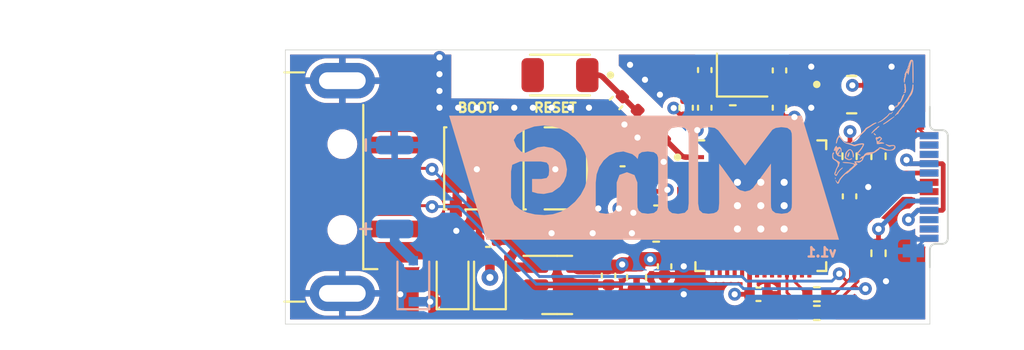
<source format=kicad_pcb>
(kicad_pcb (version 20211014) (generator pcbnew)
  (layers (0 "F.Cu" signal "Front") (1 "In1.Cu" signal) (2 "In2.Cu" signal) (31 "B.Cu" signal "Back") (34 "B.Paste" user) (35 "F.Paste" user) (36 "B.SilkS" user "B.Silkscreen") (37 "F.SilkS" user "F.Silkscreen") (38 "B.Mask" user) (39 "F.Mask" user) (44 "Edge.Cuts" user))
  (net 0 "")
  (net 1 "+3V3")
  (net 2 "GND")
  (net 3 "LNA_IN")
  (net 4 "Net-(C5-Pad1)")
  (net 5 "CHIP_PU")
  (net 6 "+5V")
  (net 7 "Net-(C14-Pad1)")
  (net 8 "XTAL_N")
  (net 9 "USB_D-")
  (net 10 "USB_D+")
  (net 13 "Net-(P1-PadA5)")
  (net 19 "Net-(P1-PadB5)")
  (net 23 "XTAL_P")
  (net 24 "Net-(R3-Pad1)")
  (net 25 "Net-(R4-Pad1)")
  (net 26 "BOOT")
  (net 39 "Net-(D2-Pad2)")
  (net 57 "VDD")
  (net 71 "Net-(AE1-Pad1)")
  (net 72 "Net-(D1-Pad2)")
  (net 73 "+BATT")
  (net 74 "WS_LED")
  (footprint "Resistor_SMD:R_0402_1005Metric" (layer "F.Cu") (at 118.4 101.3)
    (fp_text reference "R2" hide)
    (fp_text value "10k")
    (pad "1" smd roundrect (at -0.51 0) (size 0.54 0.64) (layers "F.Cu" "F.Paste" "F.Mask") (net 1 "+3V3"))
    (pad "2" smd roundrect (at 0.51 0) (size 0.54 0.64) (layers "F.Cu" "F.Paste" "F.Mask") (net 5 "CHIP_PU"))
  )
  (footprint "Connector_USB:USB_A_CNCTech_1001-011-01101_Horizontal" (layer "F.Cu") (at 94.7 98.75 180)
    (fp_text reference "J1" hide)
    (fp_text value "USB_A")
    (pad "" np_thru_hole circle (at -6.9 2.3 180) (size 1.1 1.1) (drill 1.1) (layers *.Cu *.Mask))
    (pad "" np_thru_hole circle (at -6.9 -2.3 180) (size 1.1 1.1) (drill 1.1) (layers *.Cu *.Mask))
    (pad "1" smd rect (at -9.65 -3.5 180) (size 2.5 1.1) (layers "F.Cu" "F.Paste" "F.Mask") (net 72 "Net-(D1-Pad2)"))
    (pad "2" smd rect (at -9.65 -1 180) (size 2.5 1.1) (layers "F.Cu" "F.Paste" "F.Mask") (net 9 "USB_D-"))
    (pad "3" smd rect (at -9.65 1 180) (size 2.5 1.1) (layers "F.Cu" "F.Paste" "F.Mask") (net 10 "USB_D+"))
    (pad "4" smd rect (at -9.65 3.5 180) (size 2.5 1.1) (layers "F.Cu" "F.Paste" "F.Mask") (net 2 "GND"))
    (pad "5" thru_hole oval (at -6.9 -5.7 180) (size 3.5 1.9) (drill oval 2.5 0.9) (layers *.Cu *.Mask) (net 2 "GND"))
    (pad "5" thru_hole oval (at -6.9 5.7 180) (size 3.5 1.9) (drill oval 2.5 0.9) (layers *.Cu *.Mask) (net 2 "GND"))
  )
  (footprint "Capacitor_SMD:C_0402_1005Metric" (layer "F.Cu") (at 120 94.5 90)
    (fp_text reference "C2" hide)
    (fp_text value "0.1u")
    (pad "1" smd roundrect (at -0.48 0 90) (size 0.56 0.62) (layers "F.Cu" "F.Paste" "F.Mask") (net 1 "+3V3"))
    (pad "2" smd roundrect (at 0.48 0 90) (size 0.56 0.62) (layers "F.Cu" "F.Paste" "F.Mask") (net 2 "GND"))
  )
  (footprint "Resistor_SMD:R_0402_1005Metric" (layer "F.Cu") (at 127 104.5)
    (fp_text reference "R4" hide)
    (fp_text value "0")
    (pad "1" smd roundrect (at -0.51 0) (size 0.54 0.64) (layers "F.Cu" "F.Paste" "F.Mask") (net 25 "Net-(R4-Pad1)"))
    (pad "2" smd roundrect (at 0.51 0) (size 0.54 0.64) (layers "F.Cu" "F.Paste" "F.Mask") (net 10 "USB_D+"))
  )
  (footprint "Inductor_SMD:L_0402_1005Metric" (layer "F.Cu") (at 118.1 98.5 -90)
    (fp_text reference "L2" hide)
    (fp_text value "2.2nH")
    (pad "1" smd roundrect (at -0.485 0 270) (size 0.59 0.64) (layers "F.Cu" "F.Paste" "F.Mask") (net 4 "Net-(C5-Pad1)"))
    (pad "2" smd roundrect (at 0.485 0 270) (size 0.59 0.64) (layers "F.Cu" "F.Paste" "F.Mask") (net 1 "+3V3"))
  )
  (footprint "Capacitor_SMD:C_0402_1005Metric" (layer "F.Cu") (at 118.85 103 -90)
    (fp_text reference "C7" hide)
    (fp_text value "1u")
    (pad "1" smd roundrect (at -0.48 0 270) (size 0.56 0.62) (layers "F.Cu" "F.Paste" "F.Mask") (net 1 "+3V3"))
    (pad "2" smd roundrect (at 0.48 0 270) (size 0.56 0.62) (layers "F.Cu" "F.Paste" "F.Mask") (net 2 "GND"))
  )
  (footprint "Resistor_SMD:R_0402_1005Metric" (layer "F.Cu") (at 127 105.5)
    (fp_text reference "R3" hide)
    (fp_text value "0")
    (pad "1" smd roundrect (at -0.51 0) (size 0.54 0.64) (layers "F.Cu" "F.Paste" "F.Mask") (net 24 "Net-(R3-Pad1)"))
    (pad "2" smd roundrect (at 0.51 0) (size 0.54 0.64) (layers "F.Cu" "F.Paste" "F.Mask") (net 9 "USB_D-"))
  )
  (footprint "Capacitor_SMD:C_0402_1005Metric" (layer "F.Cu") (at 125 94.5 90)
    (fp_text reference "C9" hide)
    (fp_text value "0.1u")
    (pad "1" smd roundrect (at -0.48 0 90) (size 0.56 0.62) (layers "F.Cu" "F.Paste" "F.Mask") (net 1 "+3V3"))
    (pad "2" smd roundrect (at 0.48 0 90) (size 0.56 0.62) (layers "F.Cu" "F.Paste" "F.Mask") (net 2 "GND"))
  )
  (footprint "Capacitor_SMD:C_0402_1005Metric" (layer "F.Cu") (at 115.85 103.5 -90)
    (fp_text reference "C13" hide)
    (fp_text value "1u")
    (pad "1" smd roundrect (at -0.48 0 270) (size 0.56 0.62) (layers "F.Cu" "F.Paste" "F.Mask") (net 1 "+3V3"))
    (pad "2" smd roundrect (at 0.48 0 270) (size 0.56 0.62) (layers "F.Cu" "F.Paste" "F.Mask") (net 2 "GND"))
  )
  (footprint "WS2812-2020:LED_WS2812-2020" (layer "F.Cu") (at 128.865 93.8 180)
    (fp_text reference "U3" hide)
    (fp_text value "WS2812-2020")
    (pad "1" smd rect locked (at 0.915 0.55 180) (size 0.7 0.7) (layers "F.Cu" "F.Paste" "F.Mask"))
    (pad "2" smd rect locked (at 0.915 -0.55 180) (size 0.7 0.7) (layers "F.Cu" "F.Paste" "F.Mask") (net 2 "GND"))
    (pad "3" smd rect locked (at -0.915 -0.55 180) (size 0.7 0.7) (layers "F.Cu" "F.Paste" "F.Mask") (net 74 "WS_LED"))
    (pad "4" smd rect locked (at -0.915 0.55 180) (size 0.7 0.7) (layers "F.Cu" "F.Paste" "F.Mask") (net 1 "+3V3"))
  )
  (footprint "Capacitor_SMD:C_0402_1005Metric" (layer "F.Cu") (at 116.25 94.25 -135)
    (fp_text reference "C3" hide)
    (fp_text value "3.3p")
    (pad "1" smd roundrect (at -0.48 0 225) (size 0.56 0.62) (layers "F.Cu" "F.Paste" "F.Mask") (net 71 "Net-(AE1-Pad1)"))
    (pad "2" smd roundrect (at 0.48 0 225) (size 0.56 0.62) (layers "F.Cu" "F.Paste" "F.Mask") (net 2 "GND"))
  )
  (footprint "Capacitor_SMD:C_0402_1005Metric" (layer "F.Cu") (at 125 92.5 -90)
    (fp_text reference "C15" hide)
    (fp_text value "12p")
    (pad "1" smd roundrect (at -0.48 0 270) (size 0.56 0.62) (layers "F.Cu" "F.Paste" "F.Mask") (net 8 "XTAL_N"))
    (pad "2" smd roundrect (at 0.48 0 270) (size 0.56 0.62) (layers "F.Cu" "F.Paste" "F.Mask") (net 2 "GND"))
  )
  (footprint "Inductor_SMD:L_0402_1005Metric" (layer "F.Cu") (at 117.75 95 -45)
    (fp_text reference "L1" hide)
    (fp_text value "2.2nH")
    (pad "1" smd roundrect (at -0.485 0 315) (size 0.59 0.64) (layers "F.Cu" "F.Paste" "F.Mask") (net 71 "Net-(AE1-Pad1)"))
    (pad "2" smd roundrect (at 0.485 0 315) (size 0.59 0.64) (layers "F.Cu" "F.Paste" "F.Mask") (net 3 "LNA_IN"))
  )
  (footprint "2450AT18A100E:ANTC3216X140N" (layer "F.Cu") (at 113.25 92.75 180)
    (fp_text reference "AE1" hide)
    (fp_text value "2450AT18A100E")
    (pad "1" smd roundrect locked (at -1.46 0) (size 1.2 1.82) (layers "F.Cu" "F.Paste" "F.Mask") (roundrect_rratio 0.23) (net 71 "Net-(AE1-Pad1)"))
    (pad "2" smd roundrect locked (at 1.46 0) (size 1.2 1.82) (layers "F.Cu" "F.Paste" "F.Mask") (roundrect_rratio 0.23))
  )
  (footprint "Resistor_SMD:R_0402_1005Metric" (layer "F.Cu") (at 130.3 97.1 90)
    (fp_text reference "R5" hide)
    (fp_text value "5k1")
    (pad "1" smd roundrect (at -0.51 0 90) (size 0.54 0.64) (layers "F.Cu" "F.Paste" "F.Mask") (net 13 "Net-(P1-PadA5)"))
    (pad "2" smd roundrect (at 0.51 0 90) (size 0.54 0.64) (layers "F.Cu" "F.Paste" "F.Mask") (net 2 "GND"))
  )
  (footprint "Capacitor_SMD:C_0603_1608Metric" (layer "F.Cu") (at 117.35 103.6 -90)
    (fp_text reference "C8" hide)
    (fp_text value "10u")
    (pad "1" smd roundrect (at -0.775 0 270) (size 0.9 0.95) (layers "F.Cu" "F.Paste" "F.Mask") (net 1 "+3V3"))
    (pad "2" smd roundrect (at 0.775 0 270) (size 0.9 0.95) (layers "F.Cu" "F.Paste" "F.Mask") (net 2 "GND"))
  )
  (footprint "Capacitor_SMD:C_0402_1005Metric" (layer "F.Cu") (at 116.6 99 180)
    (fp_text reference "C6" hide)
    (fp_text value "0.1u")
    (pad "1" smd roundrect (at -0.48 0 180) (size 0.56 0.62) (layers "F.Cu" "F.Paste" "F.Mask") (net 1 "+3V3"))
    (pad "2" smd roundrect (at 0.48 0 180) (size 0.56 0.62) (layers "F.Cu" "F.Paste" "F.Mask") (net 2 "GND"))
  )
  (footprint "Capacitor_SMD:C_0402_1005Metric" (layer "F.Cu") (at 128.75 99.25 90)
    (fp_text reference "C16" hide)
    (fp_text value "1u")
    (pad "1" smd roundrect (at -0.48 0 90) (size 0.56 0.62) (layers "F.Cu" "F.Paste" "F.Mask") (net 57 "VDD"))
    (pad "2" smd roundrect (at 0.48 0 90) (size 0.56 0.62) (layers "F.Cu" "F.Paste" "F.Mask") (net 2 "GND"))
  )
  (footprint "Button_Switch_SMD:SW_SPST_PTS810" (layer "F.Cu") (at 108.75 97.75 90)
    (fp_text reference "SW2" hide)
    (fp_text value "BOOT")
    (pad "1" smd rect (at -2.075 -1.075 90) (size 1.05 0.65) (layers "F.Cu" "F.Paste" "F.Mask") (net 2 "GND"))
    (pad "1" smd rect (at 2.075 -1.075 90) (size 1.05 0.65) (layers "F.Cu" "F.Paste" "F.Mask") (net 2 "GND"))
    (pad "2" smd rect (at 2.075 1.075 90) (size 1.05 0.65) (layers "F.Cu" "F.Paste" "F.Mask") (net 26 "BOOT"))
    (pad "2" smd rect (at -2.075 1.075 90) (size 1.05 0.65) (layers "F.Cu" "F.Paste" "F.Mask") (net 26 "BOOT"))
  )
  (footprint "Diode_SMD:D_SOD-323F" (layer "F.Cu") (at 109.5 103.8 90)
    (fp_text reference "D2" hide)
    (fp_text value "NSR0320")
    (pad "1" smd rect (at -1.1 0 90) (size 0.5 0.5) (layers "F.Cu" "F.Paste" "F.Mask") (net 6 "+5V"))
    (pad "2" smd rect (at 1.1 0 90) (size 0.5 0.5) (layers "F.Cu" "F.Paste" "F.Mask") (net 39 "Net-(D2-Pad2)"))
  )
  (footprint "Resistor_SMD:R_0402_1005Metric" (layer "F.Cu") (at 128.75 97.1 90)
    (fp_text reference "R7" hide)
    (fp_text value "DNP")
    (pad "1" smd roundrect (at -0.51 0 90) (size 0.54 0.64) (layers "F.Cu" "F.Paste" "F.Mask") (net 13 "Net-(P1-PadA5)"))
    (pad "2" smd roundrect (at 0.51 0 90) (size 0.54 0.64) (layers "F.Cu" "F.Paste" "F.Mask") (net 39 "Net-(D2-Pad2)"))
  )
  (footprint "Button_Switch_SMD:SW_SPST_PTS810" (layer "F.Cu") (at 113 97.75 90)
    (fp_text reference "SW1" hide)
    (fp_text value "RESET")
    (pad "1" smd rect (at 2.075 -1.075 90) (size 1.05 0.65) (layers "F.Cu" "F.Paste" "F.Mask") (net 2 "GND"))
    (pad "1" smd rect (at -2.075 -1.075 90) (size 1.05 0.65) (layers "F.Cu" "F.Paste" "F.Mask") (net 2 "GND"))
    (pad "2" smd rect (at 2.075 1.075 90) (size 1.05 0.65) (layers "F.Cu" "F.Paste" "F.Mask") (net 5 "CHIP_PU"))
    (pad "2" smd rect (at -2.075 1.075 90) (size 1.05 0.65) (layers "F.Cu" "F.Paste" "F.Mask") (net 5 "CHIP_PU"))
  )
  (footprint "Diode_SMD:D_SOD-323F" (layer "F.Cu") (at 107.5 103.8 90)
    (fp_text reference "D1" hide)
    (fp_text value "NSR0320")
    (pad "1" smd rect (at -1.1 0 90) (size 0.5 0.5) (layers "F.Cu" "F.Paste" "F.Mask") (net 6 "+5V"))
    (pad "2" smd rect (at 1.1 0 90) (size 0.5 0.5) (layers "F.Cu" "F.Paste" "F.Mask") (net 72 "Net-(D1-Pad2)"))
  )
  (footprint "clipboard:52b86674-39ac-4791-87c9-d1ce4ecf49a0" (layer "F.Cu") (at 133.05 102.575 -90)
    (fp_text reference "" (at 0 0 90) (layer "F.SilkS") (effects (font (size 1.27 1.27))))
    (fp_text value "" (at 0 0 90) (layer "F.SilkS") (effects (font (size 1.27 1.27))))
    (fp_line (start -6.875 -0.66) (end -6.875 -0.3) (layer "Edge.Cuts") (width 0.1))
    (fp_line (start -6.575 -0.96) (end -1.075 -0.96) (layer "Edge.Cuts") (width 0.1))
    (fp_line (start -0.475 0) (end 0.475 0) (layer "Edge.Cuts") (width 0.1))
    (fp_line (start -0.775 -0.66) (end -0.775 -0.3) (layer "Edge.Cuts") (width 0.1))
    (fp_line (start -7.175 0) (end -8.125 0) (layer "Edge.Cuts") (width 0.1))
    (fp_arc (start -0.475 0) (mid -0.687132 -0.087868) (end -0.775 -0.3) (layer "Edge.Cuts") (width 0.1))
    (fp_arc (start -6.875 -0.66) (mid -6.787132 -0.872132) (end -6.575 -0.96) (layer "Edge.Cuts") (width 0.1))
    (fp_arc (start -6.875 -0.3) (mid -6.962868 -0.087868) (end -7.175 0) (layer "Edge.Cuts") (width 0.1))
    (fp_arc (start -1.075 -0.96) (mid -0.862868 -0.872132) (end -0.775 -0.66) (layer "Edge.Cuts") (width 0.1))
  )
  (footprint "Capacitor_SMD:C_0402_1005Metric" (layer "F.Cu") (at 123.875 104.5)
    (fp_text reference "C10" hide)
    (fp_text value "0.1u")
    (pad "1" smd roundrect (at -0.48 0) (size 0.56 0.62) (layers "F.Cu" "F.Paste" "F.Mask") (net 1 "+3V3"))
    (pad "2" smd roundrect (at 0.48 0) (size 0.56 0.62) (layers "F.Cu" "F.Paste" "F.Mask") (net 2 "GND"))
  )
  (footprint "Capacitor_SMD:C_0402_1005Metric" (layer "F.Cu") (at 116.6 98 180)
    (fp_text reference "C5" hide)
    (fp_text value "0.1u")
    (pad "1" smd roundrect (at -0.48 0 180) (size 0.56 0.62) (layers "F.Cu" "F.Paste" "F.Mask") (net 4 "Net-(C5-Pad1)"))
    (pad "2" smd roundrect (at 0.48 0 180) (size 0.56 0.62) (layers "F.Cu" "F.Paste" "F.Mask") (net 2 "GND"))
  )
  (footprint "Connector_USB:USB_C_Plug_Molex_105444" (layer "F.Cu") (at 133.05 98.75 -90)
    (fp_text reference "P1" hide)
    (fp_text value "USB_C_Plug")
    (pad "A1" smd rect (at -2.75 0.04 270) (size 0.38 1) (layers "F.Cu" "F.Paste" "F.Mask") (net 2 "GND"))
    (pad "A2" smd rect (at -2.25 0.04 270) (size 0.38 1) (layers "F.Cu" "F.Paste" "F.Mask"))
    (pad "A3" smd rect (at -1.75 0.04 270) (size 0.38 1) (layers "F.Cu" "F.Paste" "F.Mask"))
    (pad "A4" smd rect (at -1.25 0.04 270) (size 0.38 1) (layers "F.Cu" "F.Paste" "F.Mask") (net 39 "Net-(D2-Pad2)"))
    (pad "A5" smd rect (at -0.75 0.04 270) (size 0.38 1) (layers "F.Cu" "F.Paste" "F.Mask") (net 13 "Net-(P1-PadA5)"))
    (pad "A6" smd rect (at -0.25 0.04 270) (size 0.38 1) (layers "F.Cu" "F.Paste" "F.Mask") (net 10 "USB_D+"))
    (pad "A7" smd rect (at 0.25 0.04 270) (size 0.38 1) (layers "F.Cu" "F.Paste" "F.Mask") (net 9 "USB_D-"))
    (pad "A8" smd rect (at 0.75 0.04 270) (size 0.38 1) (layers "F.Cu" "F.Paste" "F.Mask"))
    (pad "A9" smd rect (at 1.25 0.04 270) (size 0.38 1) (layers "F.Cu" "F.Paste" "F.Mask") (net 39 "Net-(D2-Pad2)"))
    (pad "A10" smd rect (at 1.75 0.04 270) (size 0.38 1) (layers "F.Cu" "F.Paste" "F.Mask"))
    (pad "A11" smd rect (at 2.25 0.04 270) (size 0.38 1) (layers "F.Cu" "F.Paste" "F.Mask"))
    (pad "A12" smd rect (at 2.75 0.04 270) (size 0.38 1) (layers "F.Cu" "F.Paste" "F.Mask") (net 2 "GND"))
    (pad "B1" smd rect (at 2.75 0.04 270) (size 0.38 1) (layers "B.Cu" "B.Paste" "B.Mask") (net 2 "GND"))
    (pad "B2" smd rect (at 2.25 0.04 270) (size 0.38 1) (layers "B.Cu" "B.Paste" "B.Mask"))
    (pad "B3" smd rect (at 1.75 0.04 270) (size 0.38 1) (layers "B.Cu" "B.Paste" "B.Mask"))
    (pad "B4" smd rect (at 1.25 0.04 270) (size 0.38 1) (layers "B.Cu" "B.Paste" "B.Mask") (net 39 "Net-(D2-Pad2)"))
    (pad "B5" smd rect (at 0.75 0.04 270) (size 0.38 1) (layers "B.Cu" "B.Paste" "B.Mask") (net 19 "Net-(P1-PadB5)"))
    (pad "B8" smd rect (at -0.75 0.04 270) (size 0.38 1) (layers "B.Cu" "B.Paste" "B.Mask"))
    (pad "B9" smd rect (at -1.25 0.04 270) (size 0.38 1) (layers "B.Cu" "B.Paste" "B.Mask") (net 39 "Net-(D2-Pad2)"))
    (pad "B10" smd rect (at -1.75 0.04 270) (size 0.38 1) (layers "B.Cu" "B.Paste" "B.Mask"))
    (pad "B11" smd rect (at -2.25 0.04 270) (size 0.38 1) (layers "B.Cu" "B.Paste" "B.Mask"))
    (pad "B12" smd rect (at -2.75 0.04 270) (size 0.38 1) (layers "B.Cu" "B.Paste" "B.Mask") (net 2 "GND"))
    (pad "S1" smd rect (at -3.42 0.88 270) (size 0.7 1.15) (layers "F.Cu" "F.Paste" "F.Mask") (net 2 "GND"))
    (pad "S1" smd rect (at 3.42 0.88 270) (size 0.7 1.15) (layers "B.Cu" "B.Paste" "B.Mask") (net 2 "GND"))
  )
  (footprint "Package_TO_SOT_SMD:SOT-23-5" (layer "F.Cu") (at 113.1 104)
    (fp_text reference "U1" hide)
    (fp_text value "AP2112K-3.3")
    (pad "1" smd roundrect (at -1.1375 -0.95) (size 1.325 0.6) (layers "F.Cu" "F.Paste" "F.Mask") (net 6 "+5V"))
    (pad "2" smd roundrect (at -1.1375 0) (size 1.325 0.6) (layers "F.Cu" "F.Paste" "F.Mask") (net 2 "GND"))
    (pad "3" smd roundrect (at -1.1375 0.95) (size 1.325 0.6) (layers "F.Cu" "F.Paste" "F.Mask") (net 6 "+5V"))
    (pad "4" smd roundrect (at 1.1375 0.95) (size 1.325 0.6) (layers "F.Cu" "F.Paste" "F.Mask"))
    (pad "5" smd roundrect (at 1.1375 -0.95) (size 1.325 0.6) (layers "F.Cu" "F.Paste" "F.Mask") (net 1 "+3V3"))
  )
  (footprint "Capacitor_SMD:C_0402_1005Metric" (layer "F.Cu") (at 118.4 100.1 180)
    (fp_text reference "C11" hide)
    (fp_text value "1u")
    (pad "1" smd roundrect (at -0.48 0 180) (size 0.56 0.62) (layers "F.Cu" "F.Paste" "F.Mask") (net 5 "CHIP_PU"))
    (pad "2" smd roundrect (at 0.48 0 180) (size 0.56 0.62) (layers "F.Cu" "F.Paste" "F.Mask") (net 2 "GND"))
  )
  (footprint "Capacitor_SMD:C_0402_1005Metric" (layer "F.Cu") (at 121 92.48 90)
    (fp_text reference "C14" hide)
    (fp_text value "12p")
    (pad "1" smd roundrect (at -0.48 0 90) (size 0.56 0.62) (layers "F.Cu" "F.Paste" "F.Mask") (net 7 "Net-(C14-Pad1)"))
    (pad "2" smd roundrect (at 0.48 0 90) (size 0.56 0.62) (layers "F.Cu" "F.Paste" "F.Mask") (net 2 "GND"))
  )
  (footprint "Capacitor_SMD:C_0402_1005Metric" (layer "F.Cu") (at 121 94.5 90)
    (fp_text reference "C1" hide)
    (fp_text value "1u")
    (pad "1" smd roundrect (at -0.48 0 90) (size 0.56 0.62) (layers "F.Cu" "F.Paste" "F.Mask") (net 1 "+3V3"))
    (pad "2" smd roundrect (at 0.48 0 90) (size 0.56 0.62) (layers "F.Cu" "F.Paste" "F.Mask") (net 2 "GND"))
  )
  (footprint "Resistor_SMD:R_0402_1005Metric" (layer "F.Cu") (at 130.3 102.3 -90)
    (fp_text reference "R6" hide)
    (fp_text value "DNP")
    (pad "1" smd roundrect (at -0.51 0 270) (size 0.54 0.64) (layers "F.Cu" "F.Paste" "F.Mask") (net 19 "Net-(P1-PadB5)"))
    (pad "2" smd roundrect (at 0.51 0 270) (size 0.54 0.64) (layers "F.Cu" "F.Paste" "F.Mask") (net 2 "GND"))
  )
  (footprint "Resistor_SMD:R_0402_1005Metric" (layer "F.Cu") (at 122.5 94.75)
    (fp_text reference "R1" hide)
    (fp_text value "0")
    (pad "1" smd roundrect (at -0.51 0) (size 0.54 0.64) (layers "F.Cu" "F.Paste" "F.Mask") (net 23 "XTAL_P"))
    (pad "2" smd roundrect (at 0.51 0) (size 0.54 0.64) (layers "F.Cu" "F.Paste" "F.Mask") (net 7 "Net-(C14-Pad1)"))
  )
  (footprint "Capacitor_SMD:C_0402_1005Metric" (layer "F.Cu") (at 118.5 96.5 -135)
    (fp_text reference "C4" hide)
    (fp_text value "3.3p")
    (pad "1" smd roundrect (at -0.48 0 225) (size 0.56 0.62) (layers "F.Cu" "F.Paste" "F.Mask") (net 3 "LNA_IN"))
    (pad "2" smd roundrect (at 0.48 0 225) (size 0.56 0.62) (layers "F.Cu" "F.Paste" "F.Mask") (net 2 "GND"))
  )
  (footprint "ESP32-S3FN8:QFN40P700X700X90-57N" (layer "F.Cu") (at 124 99.75)
    (fp_text reference "U2" hide)
    (fp_text value "ESP32-S3FN8")
    (pad "1" smd roundrect locked (at -3.445 -2.6) (size 0.81 0.22) (layers "F.Cu" "F.Paste" "F.Mask") (roundrect_rratio 0.03) (net 3 "LNA_IN"))
    (pad "2" smd roundrect locked (at -3.445 -2.2) (size 0.81 0.22) (layers "F.Cu" "F.Paste" "F.Mask") (roundrect_rratio 0.03) (net 4 "Net-(C5-Pad1)"))
    (pad "3" smd roundrect locked (at -3.445 -1.8) (size 0.81 0.22) (layers "F.Cu" "F.Paste" "F.Mask") (roundrect_rratio 0.03) (net 4 "Net-(C5-Pad1)"))
    (pad "4" smd roundrect locked (at -3.445 -1.4) (size 0.81 0.22) (layers "F.Cu" "F.Paste" "F.Mask") (roundrect_rratio 0.03) (net 5 "CHIP_PU"))
    (pad "5" smd roundrect locked (at -3.445 -1) (size 0.81 0.22) (layers "F.Cu" "F.Paste" "F.Mask") (roundrect_rratio 0.03) (net 26 "BOOT"))
    (pad "6" smd roundrect locked (at -3.445 -0.6) (size 0.81 0.22) (layers "F.Cu" "F.Paste" "F.Mask") (roundrect_rratio 0.03))
    (pad "7" smd roundrect locked (at -3.445 -0.2) (size 0.81 0.22) (layers "F.Cu" "F.Paste" "F.Mask") (roundrect_rratio 0.03))
    (pad "8" smd roundrect locked (at -3.445 0.2) (size 0.81 0.22) (layers "F.Cu" "F.Paste" "F.Mask") (roundrect_rratio 0.03))
    (pad "9" smd roundrect locked (at -3.445 0.6) (size 0.81 0.22) (layers "F.Cu" "F.Paste" "F.Mask") (roundrect_rratio 0.03))
    (pad "10" smd roundrect locked (at -3.445 1) (size 0.81 0.22) (layers "F.Cu" "F.Paste" "F.Mask") (roundrect_rratio 0.03))
    (pad "11" smd roundrect locked (at -3.445 1.4) (size 0.81 0.22) (layers "F.Cu" "F.Paste" "F.Mask") (roundrect_rratio 0.03))
    (pad "12" smd roundrect locked (at -3.445 1.8) (size 0.81 0.22) (layers "F.Cu" "F.Paste" "F.Mask") (roundrect_rratio 0.03))
    (pad "13" smd roundrect locked (at -3.445 2.2) (size 0.81 0.22) (layers "F.Cu" "F.Paste" "F.Mask") (roundrect_rratio 0.03))
    (pad "14" smd roundrect locked (at -3.445 2.6) (size 0.81 0.22) (layers "F.Cu" "F.Paste" "F.Mask") (roundrect_rratio 0.03))
    (pad "15" smd roundrect locked (at -2.6 3.445) (size 0.22 0.81) (layers "F.Cu" "F.Paste" "F.Mask") (roundrect_rratio 0.1))
    (pad "16" smd roundrect locked (at -2.2 3.445) (size 0.22 0.81) (layers "F.Cu" "F.Paste" "F.Mask") (roundrect_rratio 0.1))
    (pad "17" smd roundrect locked (at -1.8 3.445) (size 0.22 0.81) (layers "F.Cu" "F.Paste" "F.Mask") (roundrect_rratio 0.1))
    (pad "18" smd roundrect locked (at -1.4 3.445) (size 0.22 0.81) (layers "F.Cu" "F.Paste" "F.Mask") (roundrect_rratio 0.1))
    (pad "19" smd roundrect locked (at -1 3.445) (size 0.22 0.81) (layers "F.Cu" "F.Paste" "F.Mask") (roundrect_rratio 0.1))
    (pad "20" smd roundrect locked (at -0.6 3.445) (size 0.22 0.81) (layers "F.Cu" "F.Paste" "F.Mask") (roundrect_rratio 0.1) (net 1 "+3V3"))
    (pad "21" smd roundrect locked (at -0.2 3.445) (size 0.22 0.81) (layers "F.Cu" "F.Paste" "F.Mask") (roundrect_rratio 0.1))
    (pad "22" smd roundrect locked (at 0.2 3.445) (size 0.22 0.81) (layers "F.Cu" "F.Paste" "F.Mask") (roundrect_rratio 0.1))
    (pad "23" smd roundrect locked (at 0.6 3.445) (size 0.22 0.81) (layers "F.Cu" "F.Paste" "F.Mask") (roundrect_rratio 0.1))
    (pad "24" smd roundrect locked (at 1 3.445) (size 0.22 0.81) (layers "F.Cu" "F.Paste" "F.Mask") (roundrect_rratio 0.1))
    (pad "25" smd roundrect locked (at 1.4 3.445) (size 0.22 0.81) (layers "F.Cu" "F.Paste" "F.Mask") (roundrect_rratio 0.1) (net 24 "Net-(R3-Pad1)"))
    (pad "26" smd roundrect locked (at 1.8 3.445) (size 0.22 0.81) (layers "F.Cu" "F.Paste" "F.Mask") (roundrect_rratio 0.1) (net 25 "Net-(R4-Pad1)"))
    (pad "27" smd roundrect locked (at 2.2 3.445) (size 0.22 0.81) (layers "F.Cu" "F.Paste" "F.Mask") (roundrect_rratio 0.1))
    (pad "28" smd roundrect locked (at 2.6 3.445) (size 0.22 0.81) (layers "F.Cu" "F.Paste" "F.Mask") (roundrect_rratio 0.1))
    (pad "29" smd roundrect locked (at 3.445 2.6) (size 0.81 0.22) (layers "F.Cu" "F.Paste" "F.Mask") (roundrect_rratio 0.03) (net 57 "VDD"))
    (pad "30" smd roundrect locked (at 3.445 2.2) (size 0.81 0.22) (layers "F.Cu" "F.Paste" "F.Mask") (roundrect_rratio 0.03))
    (pad "31" smd roundrect locked (at 3.445 1.8) (size 0.81 0.22) (layers "F.Cu" "F.Paste" "F.Mask") (roundrect_rratio 0.03))
    (pad "32" smd roundrect locked (at 3.445 1.4) (size 0.81 0.22) (layers "F.Cu" "F.Paste" "F.Mask") (roundrect_rratio 0.03))
    (pad "33" smd roundrect locked (at 3.445 1) (size 0.81 0.22) (layers "F.Cu" "F.Paste" "F.Mask") (roundrect_rratio 0.03))
    (pad "34" smd roundrect locked (at 3.445 0.6) (size 0.81 0.22) (layers "F.Cu" "F.Paste" "F.Mask") (roundrect_rratio 0.03))
    (pad "35" smd roundrect locked (at 3.445 0.2) (size 0.81 0.22) (layers "F.Cu" "F.Paste" "F.Mask") (roundrect_rratio 0.03))
    (pad "36" smd roundrect locked (at 3.445 -0.2) (size 0.81 0.22) (layers "F.Cu" "F.Paste" "F.Mask") (roundrect_rratio 0.03))
    (pad "37" smd roundrect locked (at 3.445 -0.6) (size 0.81 0.22) (layers "F.Cu" "F.Paste" "F.Mask") (roundrect_rratio 0.03))
    (pad "38" smd roundrect locked (at 3.445 -1) (size 0.81 0.22) (layers "F.Cu" "F.Paste" "F.Mask") (roundrect_rratio 0.03))
    (pad "39" smd roundrect locked (at 3.445 -1.4) (size 0.81 0.22) (layers "F.Cu" "F.Paste" "F.Mask") (roundrect_rratio 0.03))
    (pad "40" smd roundrect locked (at 3.445 -1.8) (size 0.81 0.22) (layers "F.Cu" "F.Paste" "F.Mask") (roundrect_rratio 0.03))
    (pad "41" smd roundrect locked (at 3.445 -2.2) (size 0.81 0.22) (layers "F.Cu" "F.Paste" "F.Mask") (roundrect_rratio 0.03))
    (pad "42" smd roundrect locked (at 3.445 -2.6) (size 0.81 0.22) (layers "F.Cu" "F.Paste" "F.Mask") (roundrect_rratio 0.03))
    (pad "43" smd roundrect locked (at 2.6 -3.445) (size 0.22 0.81) (layers "F.Cu" "F.Paste" "F.Mask") (roundrect_rratio 0.1) (net 74 "WS_LED"))
    (pad "44" smd roundrect locked (at 2.2 -3.445) (size 0.22 0.81) (layers "F.Cu" "F.Paste" "F.Mask") (roundrect_rratio 0.1))
    (pad "45" smd roundrect locked (at 1.8 -3.445) (size 0.22 0.81) (layers "F.Cu" "F.Paste" "F.Mask") (roundrect_rratio 0.1))
    (pad "46" smd roundrect locked (at 1.4 -3.445) (size 0.22 0.81) (layers "F.Cu" "F.Paste" "F.Mask") (roundrect_rratio 0.1) (net 1 "+3V3"))
    (pad "47" smd roundrect locked (at 1 -3.445) (size 0.22 0.81) (layers "F.Cu" "F.Paste" "F.Mask") (roundrect_rratio 0.1))
    (pad "48" smd roundrect locked (at 0.6 -3.445) (size 0.22 0.81) (layers "F.Cu" "F.Paste" "F.Mask") (roundrect_rratio 0.1))
    (pad "49" smd roundrect locked (at 0.2 -3.445) (size 0.22 0.81) (layers "F.Cu" "F.Paste" "F.Mask") (roundrect_rratio 0.1))
    (pad "50" smd roundrect locked (at -0.2 -3.445) (size 0.22 0.81) (layers "F.Cu" "F.Paste" "F.Mask") (roundrect_rratio 0.1))
    (pad "51" smd roundrect locked (at -0.6 -3.445) (size 0.22 0.81) (layers "F.Cu" "F.Paste" "F.Mask") (roundrect_rratio 0.1))
    (pad "52" smd roundrect locked (at -1 -3.445) (size 0.22 0.81) (layers "F.Cu" "F.Paste" "F.Mask") (roundrect_rratio 0.1))
    (pad "53" smd roundrect locked (at -1.4 -3.445) (size 0.22 0.81) (layers "F.Cu" "F.Paste" "F.Mask") (roundrect_rratio 0.1) (net 8 "XTAL_N"))
    (pad "54" smd roundrect locked (at -1.8 -3.445) (size 0.22 0.81) (layers "F.Cu" "F.Paste" "F.Mask") (roundrect_rratio 0.1) (net 23 "XTAL_P"))
    (pad "55" smd roundrect locked (at -2.2 -3.445) (size 0.22 0.81) (layers "F.Cu" "F.Paste" "F.Mask") (roundrect_rratio 0.1) (net 1 "+3V3"))
    (pad "56" smd roundrect locked (at -2.6 -3.445) (size 0.22 0.81) (layers "F.Cu" "F.Paste" "F.Mask") (roundrect_rratio 0.1) (net 1 "+3V3"))
    (pad "57" smd rect locked (at 0 0) (size 4 4) (layers "F.Cu" "F.Mask") (net 2 "GND"))
  )
  (footprint "Crystal:Crystal_SMD_2016-4Pin_2.0x1.6mm" (layer "F.Cu") (at 123 92.75)
    (fp_text reference "Y1" hide)
    (fp_text value "40MHz")
    (pad "1" smd rect (at -0.7 0.55) (size 0.9 0.8) (layers "F.Cu" "F.Paste" "F.Mask") (net 7 "Net-(C14-Pad1)"))
    (pad "2" smd rect (at 0.7 0.55) (size 0.9 0.8) (layers "F.Cu" "F.Paste" "F.Mask") (net 2 "GND"))
    (pad "3" smd rect (at 0.7 -0.55) (size 0.9 0.8) (layers "F.Cu" "F.Paste" "F.Mask") (net 8 "XTAL_N"))
    (pad "4" smd rect (at -0.7 -0.55) (size 0.9 0.8) (layers "F.Cu" "F.Paste" "F.Mask") (net 2 "GND"))
  )
  (footprint "Capacitor_SMD:C_0402_1005Metric" (layer "F.Cu") (at 109.4 101.6 180)
    (fp_text reference "C12" hide)
    (fp_text value "1u")
    (pad "1" smd roundrect (at -0.48 0 180) (size 0.56 0.62) (layers "F.Cu" "F.Paste" "F.Mask") (net 6 "+5V"))
    (pad "2" smd roundrect (at 0.48 0 180) (size 0.56 0.62) (layers "F.Cu" "F.Paste" "F.Mask") (net 2 "GND"))
  )
  (footprint "kibuzzard-64092D35" (layer "B.Cu") (at 117.75 98.25 180)
    (fp_text reference "kibuzzard-64092D35" hide)
    (fp_text value "G***" hide)
  )
  (footprint "Diode_SMD:D_SOD-323F" (layer "B.Cu") (at 105.4 103.8 90)
    (fp_text reference "D3" hide)
    (fp_text value "NSR0320")
    (pad "1" smd rect (at -1.1 0 90) (size 0.5 0.5) (layers "B.Cu" "B.Paste" "B.Mask") (net 6 "+5V"))
    (pad "2" smd rect (at 1.1 0 90) (size 0.5 0.5) (layers "B.Cu" "B.Paste" "B.Mask") (net 73 "+BATT"))
  )
  (footprint "Connector_Wire:SolderWirePad_1x01_SMD_1x2mm" (layer "B.Cu") (at 104.4 101 -90)
    (fp_text reference "J2" hide)
    (fp_text value "Conn_01x01")
    (pad "1" smd roundrect (at 0 0 270) (size 1 2) (layers "B.Cu" "B.Paste" "B.Mask") (net 73 "+BATT"))
  )
  (footprint "LOGO" (layer "B.Cu") (at 130.053924 94.782021 180)
    (fp_text reference "G***" hide)
    (fp_text value "LOGO" hide)
  )
  (footprint "Connector_Wire:SolderWirePad_1x01_SMD_1x2mm" (layer "B.Cu") (at 104.4 96.5 -90)
    (fp_text reference "J3" hide)
    (fp_text value "Conn_01x01")
    (pad "1" smd roundrect (at 0 0 270) (size 1 2) (layers "B.Cu" "B.Paste" "B.Mask") (net 2 "GND"))
  )
  (gr_line (start 98.55 106.1) (end 133.05 106.1) (layer "Edge.Cuts") (width 0.0381))
  (gr_line (start 98.55 91.4) (end 133.05 91.4) (layer "Edge.Cuts") (width 0.0381))
  (gr_line (start 133.05 94.45) (end 133.05 91.4) (layer "Edge.Cuts") (width 0.0381))
  (gr_line (start 133.05 103.05) (end 133.05 106.1) (layer "Edge.Cuts") (width 0.0381))
  (gr_line (start 98.55 91.4) (end 98.55 106.1) (layer "Edge.Cuts") (width 0.0381))
  (gr_text "v1.1\n" (at 127.25 102.25) (layer "B.SilkS") (effects (font (size 0.5 0.5) (thickness 0.125)) (justify mirror)))
  (gr_text "+" (at 102.8 101 90) (layer "B.SilkS") (effects (font (size 0.8 0.8) (thickness 0.125)) (justify mirror)))
  (gr_text "-\n" (at 102.8 96.5 90) (layer "B.SilkS") (effects (font (size 0.8 0.8) (thickness 0.125)) (justify mirror)))
  (gr_text "RESET" (at 113 94.5) (layer "F.SilkS") (effects (font (size 0.5 0.5) (thickness 0.125))))
  (gr_text "BOOT\n" (at 108.75 94.5) (layer "F.SilkS") (effects (font (size 0.5 0.5) (thickness 0.125))))
  (segment (start 120 94.98) (end 121 94.98) (width 0.254) (layer "F.Cu") (net 1))
  (segment (start 125 94.98) (end 125.78 94.98) (width 0.254) (layer "F.Cu") (net 1))
  (segment (start 121.4 96.305) (end 121.4 95.6) (width 0.1542) (layer "F.Cu") (net 1))
  (segment (start 119.798724 94.98) (end 119.337156 94.518432) (width 0.254) (layer "F.Cu") (net 1))
  (segment (start 118.915 98.985) (end 119 98.9) (width 0.254) (layer "F.Cu") (net 1))
  (segment (start 117.554 102.621) (end 118.079 102.621) (width 0.762) (layer "F.Cu") (net 1))
  (segment (start 120.6 95.7) (end 120.6 95.38) (width 0.254) (layer "F.Cu") (net 1))
  (segment (start 128.9 93.3) (end 129.73 93.3) (width 0.254) (layer "F.Cu") (net 1))
  (segment (start 125.78 94.98) (end 125.8 95) (width 0.254) (layer "F.Cu") (net 1))
  (segment (start 115.05 103.05) (end 115.82 103.05) (width 0.762) (layer "F.Cu") (net 1))
  (segment (start 125.4 96.305) (end 125.4 95.38) (width 0.1542) (layer "F.Cu") (net 1))
  (segment (start 116.4 99.9) (end 117.08 99.22) (width 0.254) (layer "F.Cu") (net 1))
  (segment (start 117.1735 101.3) (end 117.1 101.2265) (width 0.29337) (layer "F.Cu") (net 1))
  (segment (start 123.4 103.195) (end 123.4 104.495) (width 0.254) (layer "F.Cu") (net 1))
  (segment (start 121.4 95.6) (end 121.55 95.45) (width 0.1542) (layer "F.Cu") (net 1))
  (segment (start 121.08 94.98) (end 121 94.98) (width 0.1542) (layer "F.Cu") (net 1))
  (segment (start 125.4 95.38) (end 125 94.98) (width 0.1542) (layer "F.Cu") (net 1))
  (segment (start 129.73 93.3) (end 129.78 93.25) (width 0.254) (layer "F.Cu") (net 1))
  (segment (start 117.89 101.3) (end 117.1735 101.3) (width 0.29337) (layer "F.Cu") (net 1))
  (segment (start 117.08 99.22) (end 117.08 99) (width 0.254) (layer "F.Cu") (net 1))
  (segment (start 116.46 103.02) (end 116.58 102.9) (width 0.762) (layer "F.Cu") (net 1))
  (segment (start 117.35 102.825) (end 117.554 102.621) (width 0.762) (layer "F.Cu") (net 1))
  (segment (start 118.079 102.621) (end 118.749 102.621) (width 0.762) (layer "F.Cu") (net 1))
  (segment (start 115.82 103.05) (end 115.85 103.02) (width 0.762) (layer "F.Cu") (net 1))
  (segment (start 121.55 95.45) (end 121.08 94.98) (width 0.1542) (layer "F.Cu") (net 1))
  (segment (start 121.8 95.7) (end 121.55 95.45) (width 0.1542) (layer "F.Cu") (net 1))
  (segment (start 121.8 96.305) (end 121.8 95.7) (width 0.1542) (layer "F.Cu") (net 1))
  (segment (start 123.395 104.5) (end 122.6 104.5) (width 0.254) (layer "F.Cu") (net 1))
  (segment (start 115.85 103.02) (end 116.46 103.02) (width 0.762) (layer "F.Cu") (net 1))
  (segment (start 117.275 102.9) (end 117.35 102.825) (width 0.762) (layer "F.Cu") (net 1))
  (segment (start 116.58 102.9) (end 117.275 102.9) (width 0.762) (layer "F.Cu") (net 1))
  (segment (start 123.4 104.495) (end 123.395 104.5) (width 0.254) (layer "F.Cu") (net 1))
  (segment (start 120 94.98) (end 119.798724 94.98) (width 0.254) (layer "F.Cu") (net 1))
  (segment (start 114.2375 103.05) (end 115.05 103.05) (width 0.762) (layer "F.Cu") (net 1))
  (segment (start 120.6 95.38) (end 121 94.98) (width 0.254) (layer "F.Cu") (net 1))
  (segment (start 118.1 98.985) (end 118.915 98.985) (width 0.254) (layer "F.Cu") (net 1))
  (via (at 125.8 95) (size 0.6858) (drill 0.3302) (layers "F.Cu" "B.Cu") (net 1))
  (via (at 118.079 102.621) (size 0.6858) (drill 0.3302) (layers "F.Cu" "B.Cu") (net 1))
  (via (at 116.4 99.9) (size 0.6858) (drill 0.3302) (layers "F.Cu" "B.Cu") (net 1))
  (via (at 119.337156 94.518432) (size 0.6858) (drill 0.3302) (layers "F.Cu" "B.Cu") (net 1))
  (via (at 122.6 104.5) (size 0.6858) (drill 0.3302) (layers "F.Cu" "B.Cu") (net 1))
  (via (at 116.58 102.9) (size 0.6858) (drill 0.3302) (layers "F.Cu" "B.Cu") (net 1))
  (via (at 128.9 93.3) (size 0.6858) (drill 0.3302) (layers "F.Cu" "B.Cu") (net 1))
  (via (at 119 98.9) (size 0.6858) (drill 0.3302) (layers "F.Cu" "B.Cu") (net 1))
  (via (at 120.6 95.7) (size 0.6858) (drill 0.3302) (layers "F.Cu" "B.Cu") (net 1))
  (via (at 117.1 101.2265) (size 0.6858) (drill 0.3302) (layers "F.Cu" "B.Cu") (net 1))
  (segment (start 121.2 92.2) (end 121 92) (width 0.254) (layer "F.Cu") (net 2))
  (segment (start 132.84 96) (end 132.17 95.33) (width 0.1542) (layer "F.Cu") (net 2))
  (segment (start 123.7 93.3) (end 124.68 93.3) (width 0.254) (layer "F.Cu") (net 2))
  (segment (start 124.68 93.3) (end 125 92.98) (width 0.254) (layer "F.Cu") (net 2))
  (segment (start 117.92 100.1) (end 117.211519 100.1) (width 0.254) (layer "F.Cu") (net 2))
  (segment (start 122.3 92.2) (end 121.2 92.2) (width 0.254) (layer "F.Cu") (net 2))
  (segment (start 133.01 96) (end 132.84 96) (width 0.1542) (layer "F.Cu") (net 2))
  (segment (start 117.211519 100.1) (end 117.178019 100.1335) (width 0.254) (layer "F.Cu") (net 2))
  (via (at 117.8 93) (size 0.6858) (drill 0.3302) (layers "F.Cu" "B.Cu") (net 2))
  (via (at 106.8 92.7) (size 0.6858) (drill 0.3302) (layers "F.Cu" "B.Cu") (net 2))
  (via (at 117.178019 100.1335) (size 0.6858) (drill 0.3302) (layers "F.Cu" "B.Cu") (net 2))
  (via (at 104.7 104.5) (size 0.6858) (drill 0.3302) (layers "F.Cu" "B.Cu") (net 2))
  (via (at 122.75 98.5) (size 0.889) (drill 0.381) (layers "F.Cu" "B.Cu") (net 2))
  (via (at 131 94.5) (size 0.6858) (drill 0.3302) (layers "F.Cu" "B.Cu") (net 2))
  (via (at 126.7 94.5) (size 0.6858) (drill 0.3302) (layers "F.Cu" "B.Cu") (net 2))
  (via (at 106.8 91.8) (size 0.6858) (drill 0.3302) (layers "F.Cu" "B.Cu") (net 2))
  (via (at 112.8 94.5) (size 0.6858) (drill 0.3302) (layers "F.Cu" "B.Cu") (net 2))
  (via (at 124 99.75) (size 0.889) (drill 0.381) (layers "F.Cu" "B.Cu") (net 2))
  (via (at 106.8 93.6) (size 0.6858) (drill 0.3302) (layers "F.Cu" "B.Cu") (net 2))
  (via (at 107.8 94.5) (size 0.6858) (drill 0.3302) (layers "F.Cu" "B.Cu") (net 2))
  (via (at 122.75 101) (size 0.889) (drill 0.381) (layers "F.Cu" "B.Cu") (net 2))
  (via (at 107.7 101.1) (size 0.6858) (drill 0.3302) (layers "F.Cu" "B.Cu") (net 2))
  (via (at 117.4 96.1) (size 0.6858) (drill 0.3302) (layers "F.Cu" "B.Cu") (net 2))
  (via (at 115 101.2265) (size 0.6858) (drill 0.3302) (layers "F.Cu" "B.Cu") (net 2))
  (via (at 131 92.3) (size 0.6858) (drill 0.3302) (layers "F.Cu" "B.Cu") (net 2))
  (via (at 126.7 92.3) (size 0.6858) (drill 0.3302) (layers "F.Cu" "B.Cu") (net 2))
  (via (at 113 97.8) (size 0.6858) (drill 0.3302) (layers "F.Cu" "B.Cu") (net 2))
  (via (at 115.3 99.9) (size 0.6858) (drill 0.3302) (layers "F.Cu" "B.Cu") (net 2))
  (via (at 124 98.5) (size 0.889) (drill 0.381) (layers "F.Cu" "B.Cu") (net 2))
  (via (at 113.8 94.5) (size 0.6858) (drill 0.3302) (layers "F.Cu" "B.Cu") (net 2))
  (via (at 117 92.2) (size 0.6858) (drill 0.3302) (layers "F.Cu" "B.Cu") (net 2))
  (via (at 109.8 94.5) (size 0.6858) (drill 0.3302) (layers "F.Cu" "B.Cu") (net 2))
  (via (at 119.875 104.4995) (size 0.6858) (drill 0.3302) (layers "F.Cu" "B.Cu") (net 2))
  (via (at 114.8 94.5) (size 0.6858) (drill 0.3302) (layers "F.Cu" "B.Cu") (net 2))
  (via (at 124 101) (size 0.889) (drill 0.381) (layers "F.Cu" "B.Cu") (net 2))
  (via (at 118.8 97.4) (size 0.6858) (drill 0.3302) (layers "F.Cu" "B.Cu") (net 2))
  (via (at 108.8 94.5) (size 0.6858) (drill 0.3302) (layers "F.Cu" "B.Cu") (net 2))
  (via (at 125.25 98.5) (size 0.889) (drill 0.381) (layers "F.Cu" "B.Cu") (net 2))
  (via (at 106.8 94.5) (size 0.6858) (drill 0.3302) (layers "F.Cu" "B.Cu") (net 2))
  (via (at 122.75 99.75) (size 0.889) (drill 0.381) (layers "F.Cu" "B.Cu") (net 2))
  (via (at 125.25 101) (size 0.889) (drill 0.381) (layers "F.Cu" "B.Cu") (net 2))
  (via (at 111.8 94.5) (size 0.6858) (drill 0.3302) (layers "F.Cu" "B.Cu") (net 2))
  (via (at 129.75 98.75) (size 0.6858) (drill 0.3302) (layers "F.Cu" "B.Cu") (net 2))
  (via (at 118.6 93.8) (size 0.6858) (drill 0.3302) (layers "F.Cu" "B.Cu") (net 2))
  (via (at 125.25 99.75) (size 0.889) (drill 0.381) (layers "F.Cu" "B.Cu") (net 2))
  (via (at 108.8 97.8) (size 0.6858) (drill 0.3302) (layers "F.Cu" "B.Cu") (net 2))
  (via (at 112.8 101.2265) (size 0.6858) (drill 0.3302) (layers "F.Cu" "B.Cu") (net 2))
  (via (at 116.7 95.4) (size 0.6858) (drill 0.3302) (layers "F.Cu" "B.Cu") (net 2))
  (via (at 110.8 94.5) (size 0.6858) (drill 0.3302) (layers "F.Cu" "B.Cu") (net 2))
  (via (at 119.875 103) (size 0.6858) (drill 0.3302) (layers "F.Cu" "B.Cu") (net 2))
  (via (at 130.7 103.8) (size 0.6858) (drill 0.3302) (layers "F.Cu" "B.Cu") (net 2))
  (segment (start 133.01 101.5) (end 132.84 101.5) (width 0.1542) (layer "B.Cu") (net 2))
  (segment (start 132.84 101.5) (end 132.17 102.17) (width 0.1542) (layer "B.Cu") (net 2))
  (segment (start 119.711664 97.032842) (end 118.839411 96.160589) (width 0.29337) (layer "F.Cu") (net 3))
  (segment (start 118.839411 96.089411) (end 118.092947 95.342947) (width 0.29337) (layer "F.Cu") (net 3))
  (segment (start 120.555 97.15) (end 119.994507 97.15) (width 0.29337) (layer "F.Cu") (net 3))
  (segment (start 118.839411 96.160589) (end 118.839411 96.089411) (width 0.29337) (layer "F.Cu") (net 3))
  (arc (start 119.711664 97.032842) (mid 119.841433 97.119551) (end 119.994507 97.15) (width 0.29337) (layer "F.Cu") (net 3))
  (segment (start 117.095 98.015) (end 117.08 98) (width 0.1542) (layer "F.Cu") (net 4))
  (segment (start 119.485 98.015) (end 118.1 98.015) (width 0.1542) (layer "F.Cu") (net 4))
  (segment (start 119.85 97.95) (end 119.7 97.8) (width 0.1542) (layer "F.Cu") (net 4))
  (segment (start 119.95 97.55) (end 119.7 97.8) (width 0.1542) (layer "F.Cu") (net 4))
  (segment (start 118.1 98.015) (end 117.095 98.015) (width 0.1542) (layer "F.Cu") (net 4))
  (segment (start 119.7 97.8) (end 119.485 98.015) (width 0.1542) (layer "F.Cu") (net 4))
  (segment (start 120.555 97.55) (end 119.95 97.55) (width 0.1542) (layer "F.Cu") (net 4))
  (segment (start 120.555 97.95) (end 119.85 97.95) (width 0.1542) (layer "F.Cu") (net 4))
  (segment (start 118.88 100.68) (end 118.88 101.27) (width 0.1542) (layer "F.Cu") (net 5))
  (segment (start 114.93 100.68) (end 114.075 99.825) (width 0.1542) (layer "F.Cu") (net 5))
  (segment (start 114.075 95.675) (end 114.075 99.825) (width 0.254) (layer "F.Cu") (net 5))
  (segment (start 118.88 101.27) (end 118.91 101.3) (width 0.1542) (layer "F.Cu") (net 5))
  (segment (start 119.1 100.1) (end 118.88 100.1) (width 0.1542) (layer "F.Cu") (net 5))
  (segment (start 119.6 98.8) (end 119.6 99.6) (width 0.1542) (layer "F.Cu") (net 5))
  (segment (start 119.6 99.6) (end 119.1 100.1) (width 0.1542) (layer "F.Cu") (net 5))
  (segment (start 118.88 100.1) (end 118.88 100.68) (width 0.1542) (layer "F.Cu") (net 5))
  (segment (start 120.05 98.35) (end 119.6 98.8) (width 0.1542) (layer "F.Cu") (net 5))
  (segment (start 120.555 98.35) (end 120.05 98.35) (width 0.1542) (layer "F.Cu") (net 5))
  (segment (start 118.88 100.68) (end 114.93 100.68) (width 0.1542) (layer "F.Cu") (net 5))
  (segment (start 110.5125 101.6) (end 111.9625 103.05) (width 0.508) (layer "F.Cu") (net 6))
  (segment (start 106.3 104.9) (end 107.5 104.9) (width 0.508) (layer "F.Cu") (net 6))
  (segment (start 109.88 101.6) (end 110.5125 101.6) (width 0.508) (layer "F.Cu") (net 6))
  (via (at 106.3 104.9) (size 0.6858) (drill 0.3302) (layers "F.Cu" "B.Cu") (net 6))
  (segment (start 105.4 104.9) (end 106.3 104.9) (width 0.508) (layer "B.Cu") (net 6))
  (segment (start 122.3 93.3) (end 121.34 93.3) (width 0.1542) (layer "F.Cu") (net 7))
  (segment (start 122.3 94.04) (end 122.3 93.3) (width 0.1542) (layer "F.Cu") (net 7))
  (segment (start 123.01 94.75) (end 122.3 94.04) (width 0.1542) (layer "F.Cu") (net 7))
  (segment (start 121.34 93.3) (end 121 92.96) (width 0.1542) (layer "F.Cu") (net 7))
  (segment (start 123.7 92.2) (end 123.5436 92.2) (width 0.1524) (layer "F.Cu") (net 8))
  (segment (start 123 92.7436) (end 123 93.9) (width 0.1524) (layer "F.Cu") (net 8))
  (segment (start 122.6 95.915519) (end 122.6 96.305) (width 0.1524) (layer "F.Cu") (net 8))
  (segment (start 123.88 92.02) (end 123.7 92.2) (width 0.1524) (layer "F.Cu") (net 8))
  (segment (start 123.6 94.5) (end 123.6 95.1) (width 0.1524) (layer "F.Cu") (net 8))
  (segment (start 123.0032 95.6968) (end 122.818719 95.6968) (width 0.1524) (layer "F.Cu") (net 8))
  (segment (start 123 93.9) (end 123.6 94.5) (width 0.1524) (layer "F.Cu") (net 8))
  (segment (start 125 92.02) (end 123.88 92.02) (width 0.1524) (layer "F.Cu") (net 8))
  (segment (start 122.818719 95.6968) (end 122.6 95.915519) (width 0.1524) (layer "F.Cu") (net 8))
  (segment (start 123.6 95.1) (end 123.0032 95.6968) (width 0.1524) (layer "F.Cu") (net 8))
  (segment (start 123.5436 92.2) (end 123 92.7436) (width 0.1524) (layer "F.Cu") (net 8))
  (segment (start 131.43417 98.9532) (end 129.2 101.18737) (width 0.1524) (layer "F.Cu") (net 9))
  (segment (start 133.01 99) (end 132.259999 99) (width 0.1524) (layer "F.Cu") (net 9))
  (segment (start 129.005 104.005) (end 127.51 105.5) (width 0.1524) (layer "F.Cu") (net 9))
  (segment (start 129.2 103.81) (end 129.005 104.005) (width 0.1524) (layer "F.Cu") (net 9))
  (segment (start 129.2 101.18737) (end 129.2 103.81) (width 0.1524) (layer "F.Cu") (net 9))
  (segment (start 132.213199 98.9532) (end 131.43417 98.9532) (width 0.1524) (layer "F.Cu") (net 9))
  (segment (start 129.005 104.005) (end 129.2 104.2) (width 0.1542) (layer "F.Cu") (net 9))
  (segment (start 106.35 99.75) (end 106.4 99.8) (width 0.1542) (layer "F.Cu") (net 9))
  (segment (start 129.2 104.2) (end 129.6 104.2) (width 0.1542) (layer "F.Cu") (net 9))
  (segment (start 132.259999 99) (end 132.213199 98.9532) (width 0.1524) (layer "F.Cu") (net 9))
  (segment (start 104.4 99.75) (end 106.35 99.75) (width 0.1542) (layer "F.Cu") (net 9))
  (via (at 106.4 99.8) (size 0.6858) (drill 0.3302) (layers "F.Cu" "B.Cu") (net 9))
  (via (at 129.6 104.2) (size 0.6858) (drill 0.3302) (layers "F.Cu" "B.Cu") (net 9))
  (segment (start 123.072303 104.2) (end 129.6 104.2) (width 0.1524) (layer "B.Cu") (net 9))
  (segment (start 122.826203 103.9539) (end 123.072303 104.2) (width 0.1524) (layer "B.Cu") (net 9))
  (segment (start 106.4 99.8) (end 107.825263 99.8) (width 0.1524) (layer "B.Cu") (net 9))
  (segment (start 107.825263 99.8) (end 111.979163 103.9539) (width 0.1524) (layer "B.Cu") (net 9))
  (segment (start 111.979163 103.9539) (end 122.826203 103.9539) (width 0.1524) (layer "B.Cu") (net 9))
  (segment (start 131.26583 98.5468) (end 128.8 101.01263) (width 0.1524) (layer "F.Cu") (net 10))
  (segment (start 106.35 97.75) (end 104.4 97.75) (width 0.1542) (layer "F.Cu") (net 10))
  (segment (start 128.617632 103.817632) (end 127.935263 104.5) (width 0.1524) (layer "F.Cu") (net 10))
  (segment (start 133.01 98.5) (end 132.259999 98.5) (width 0.1524) (layer "F.Cu") (net 10))
  (segment (start 132.259999 98.5) (end 132.213199 98.5468) (width 0.1524) (layer "F.Cu") (net 10))
  (segment (start 132.213199 98.5468) (end 131.26583 98.5468) (width 0.1524) (layer "F.Cu") (net 10))
  (segment (start 128.8 102.4) (end 128.8 103.635263) (width 0.1524) (layer "F.Cu") (net 10))
  (segment (start 127.935263 104.5) (end 127.51 104.5) (width 0.1524) (layer "F.Cu") (net 10))
  (segment (start 128.8 103.635263) (end 128.617632 103.817632) (width 0.1524) (layer "F.Cu") (net 10))
  (segment (start 128.617632 103.817632) (end 128.2 103.4) (width 0.1542) (layer "F.Cu") (net 10))
  (segment (start 128.8 101.01263) (end 128.8 102.4) (width 0.1524) (layer "F.Cu") (net 10))
  (segment (start 106.4 97.8) (end 106.35 97.75) (width 0.1542) (layer "F.Cu") (net 10))
  (via (at 128.2 103.4) (size 0.6858) (drill 0.3302) (layers "F.Cu" "B.Cu") (net 10))
  (via (at 106.4 97.8) (size 0.6858) (drill 0.3302) (layers "F.Cu" "B.Cu") (net 10))
  (segment (start 106.4 97.8) (end 112.147519 103.547519) (width 0.1524) (layer "B.Cu") (net 10))
  (segment (start 123.240613 103.7936) (end 127.8064 103.7936) (width 0.1524) (layer "B.Cu") (net 10))
  (segment (start 112.147519 103.547519) (end 122.994532 103.547519) (width 0.1524) (layer "B.Cu") (net 10))
  (segment (start 122.994532 103.547519) (end 123.240613 103.7936) (width 0.1524) (layer "B.Cu") (net 10))
  (segment (start 127.8064 103.7936) (end 128.2 103.4) (width 0.1524) (layer "B.Cu") (net 10))
  (segment (start 133.01 98) (end 130.69 98) (width 0.254) (layer "F.Cu") (net 13))
  (segment (start 130.69 98) (end 130.3 97.61) (width 0.254) (layer "F.Cu") (net 13))
  (segment (start 128.75 97.61) (end 130.3 97.61) (width 0.254) (layer "F.Cu") (net 13))
  (segment (start 130.3 101.79) (end 130.3 101) (width 0.254) (layer "F.Cu") (net 19))
  (via (at 130.3 101) (size 0.6858) (drill 0.3302) (layers "F.Cu" "B.Cu") (net 19))
  (segment (start 130.3 101) (end 131.8 99.5) (width 0.254) (layer "B.Cu") (net 19))
  (segment (start 131.8 99.5) (end 133.01 99.5) (width 0.254) (layer "B.Cu") (net 19))
  (segment (start 122.2 94.96) (end 121.99 94.75) (width 0.1524) (layer "F.Cu") (net 23))
  (segment (start 122.2 96.305) (end 122.2 94.96) (width 0.1524) (layer "F.Cu") (net 23))
  (segment (start 125.4 104.41) (end 126.49 105.5) (width 0.1542) (layer "F.Cu") (net 24))
  (segment (start 125.4 103.195) (end 125.4 104.41) (width 0.1542) (layer "F.Cu") (net 24))
  (segment (start 125.8 103.81) (end 126.49 104.5) (width 0.1542) (layer "F.Cu") (net 25))
  (segment (start 125.8 103.195) (end 125.8 103.81) (width 0.1542) (layer "F.Cu") (net 25))
  (segment (start 109.825 99.825) (end 109.825 95.675) (width 0.254) (layer "F.Cu") (net 26))
  (segment (start 109.825 99.825) (end 111.9 101.9) (width 0.1542) (layer "F.Cu") (net 26))
  (segment (start 120.05 98.75) (end 120.555 98.75) (width 0.1542) (layer "F.Cu") (net 26))
  (segment (start 119.8812 98.9188) (end 120.05 98.75) (width 0.1542) (layer "F.Cu") (net 26))
  (segment (start 119.8812 101.2188) (end 119.8812 98.9188) (width 0.1542) (layer "F.Cu") (net 26))
  (segment (start 119.2 101.9) (end 119.8812 101.2188) (width 0.1542) (layer "F.Cu") (net 26))
  (segment (start 111.9 101.9) (end 119.2 101.9) (width 0.1542) (layer "F.Cu") (net 26))
  (segment (start 132 97.5) (end 131.8 97.3) (width 0.254) (layer "F.Cu") (net 39))
  (segment (start 133.708 97.5) (end 133.764 97.556) (width 0.254) (layer "F.Cu") (net 39))
  (segment (start 133.01 97.5) (end 132 97.5) (width 0.254) (layer "F.Cu") (net 39))
  (segment (start 109.5 102.7) (end 109.5 103.6) (width 0.508) (layer "F.Cu") (net 39))
  (segment (start 132.4 100) (end 133.01 100) (width 0.254) (layer "F.Cu") (net 39))
  (segment (start 131.9 100.5) (end 132.4 100) (width 0.254) (layer "F.Cu") (net 39))
  (segment (start 133.708 100) (end 133.01 100) (width 0.254) (layer "F.Cu") (net 39))
  (segment (start 133.01 97.5) (end 133.708 97.5) (width 0.254) (layer "F.Cu") (net 39))
  (segment (start 128.775 95.775) (end 128.775 96.565) (width 0.254) (layer "F.Cu") (net 39))
  (segment (start 133.764 99.944) (end 133.708 100) (width 0.254) (layer "F.Cu") (net 39))
  (segment (start 133.764 97.556) (end 133.764 99.944) (width 0.254) (layer "F.Cu") (net 39))
  (segment (start 128.775 96.565) (end 128.75 96.59) (width 0.254) (layer "F.Cu") (net 39))
  (via (at 128.775 95.775) (size 0.6858) (drill 0.3302) (layers "F.Cu" "B.Cu") (net 39))
  (via (at 131.8 97.3) (size 0.6858) (drill 0.3302) (layers "F.Cu" "B.Cu") (net 39))
  (via (at 109.5 103.6) (size 0.889) (drill 0.381) (layers "F.Cu" "B.Cu") (net 39))
  (via (at 131.9 100.5) (size 0.6858) (drill 0.3302) (layers "F.Cu" "B.Cu") (net 39))
  (segment (start 133.01 100) (end 132.4 100) (width 0.254) (layer "B.Cu") (net 39))
  (segment (start 131.8 97.3) (end 132 97.5) (width 0.254) (layer "B.Cu") (net 39))
  (segment (start 132.4 100) (end 131.9 100.5) (width 0.254) (layer "B.Cu") (net 39))
  (segment (start 132 97.5) (end 133.01 97.5) (width 0.254) (layer "B.Cu") (net 39))
  (segment (start 128.4 100.08) (end 128.4 101.85) (width 0.127) (layer "F.Cu") (net 57))
  (segment (start 127.9 102.35) (end 127.445 102.35) (width 0.127) (layer "F.Cu") (net 57))
  (segment (start 128.75 99.73) (end 128.4 100.08) (width 0.127) (layer "F.Cu") (net 57))
  (segment (start 128.4 101.85) (end 127.9 102.35) (width 0.127) (layer "F.Cu") (net 57))
  (segment (start 117.335875 94.657053) (end 116.589411 93.910589) (width 0.29337) (layer "F.Cu") (net 71))
  (segment (start 114.71 92.75) (end 115.263137 92.75) (width 0.29337) (layer "F.Cu") (net 71))
  (segment (start 115.54598 92.867158) (end 116.589411 93.910589) (width 0.29337) (layer "F.Cu") (net 71))
  (segment (start 117.407053 94.657053) (end 117.335875 94.657053) (width 0.29337) (layer "F.Cu") (net 71))
  (arc (start 115.263137 92.75) (mid 115.416211 92.780448) (end 115.54598 92.867158) (width 0.29337) (layer "F.Cu") (net 71))
  (segment (start 104.4 102.25) (end 107.05 102.25) (width 0.762) (layer "F.Cu") (net 72))
  (segment (start 107.05 102.25) (end 107.5 102.7) (width 0.762) (layer "F.Cu") (net 72))
  (segment (start 104.4 101) (end 104.4 101.7) (width 0.508) (layer "B.Cu") (net 73))
  (segment (start 104.4 101.7) (end 105.4 102.7) (width 0.508) (layer "B.Cu") (net 73))
  (segment (start 128.2041 95.2) (end 129.0541 94.35) (width 0.1542) (layer "F.Cu") (net 74))
  (segment (start 126.9 95.2) (end 128.2041 95.2) (width 0.1542) (layer "F.Cu") (net 74))
  (segment (start 126.6 96.305) (end 126.6 95.5) (width 0.1542) (layer "F.Cu") (net 74))
  (segment (start 126.6 95.5) (end 126.9 95.2) (width 0.1542) (layer "F.Cu") (net 74))
  (segment (start 129.0541 94.35) (end 129.78 94.35) (width 0.1542) (layer "F.Cu") (net 74))
  (zone (net 0) (net_name "") (layers "F.Cu" "F.Fab") (connect_pads (clearance 0)) (min_thickness 0.035)
    (keepout (tracks allowed) (vias allowed) (pads allowed) (copperpour not_allowed) (footprints allowed))
    (fill (thermal_gap 0.25) (thermal_bridge_width 0.35))
    (polygon (pts (xy 124.6 94.2) (xy 121.3 94.2) (xy 121.3 91.4) (xy 124.6 91.4)))
  )
  (zone (net 0) (net_name "") (layers "F.Cu" "In1.Cu" "In2.Cu" "B.Cu") (connect_pads (clearance 0)) (min_thickness 0.254)
    (keepout (tracks allowed) (vias allowed) (pads allowed) (copperpour not_allowed) (footprints allowed))
    (fill (thermal_gap 0.508) (thermal_bridge_width 0.508))
    (polygon (pts (xy 116.4 91.2) (xy 116.4 92.24999) (xy 121.2 96.94999) (xy 121.2 97.4) (xy 119.35 97.4) (xy 115.95 94.05) (xy 107.427896 93.998552) (xy 107.430774 91.198593)))
  )
  (zone (net 6) (net_name "+5V") (layer "F.Cu") (priority 1) (connect_pads (clearance 0.508)) (min_thickness 0.254) (fill yes (thermal_gap 0.508) (thermal_bridge_width 0.508))
    (polygon (pts (xy 112.8 106.2) (xy 106.2 106.2) (xy 106.2 103.8) (xy 106.2 102.53461) (xy 107.5 101.1) (xy 108.8 101.1) (xy 112.8 101.1)))
  )
  (zone (net 2) (net_name "GND") (layers "F.Cu" "In1.Cu" "In2.Cu" "B.Cu") (connect_pads (clearance 0.25)) (min_thickness 0.035) (fill yes (thermal_gap 0.25) (thermal_bridge_width 0.35))
    (polygon (pts (xy 133.2 106.2) (xy 98.4 106.2) (xy 98.4 91.2) (xy 133.2 91.2)))
  )
)
</source>
